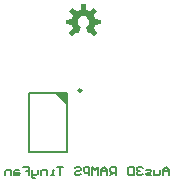
<source format=gbo>
G04 Layer_Color=32896*
%FSLAX44Y44*%
%MOMM*%
G71*
G01*
G75*
%ADD14C,0.2500*%
%ADD20C,0.1270*%
%ADD21C,0.2000*%
G36*
X61000Y65000D02*
X51000Y75000D01*
X61000D01*
Y65000D01*
D02*
G37*
G36*
X72968Y130669D02*
D01*
Y130669D01*
Y130669D01*
D02*
G37*
G36*
X77320Y145160D02*
X78088Y144990D01*
X79834Y144277D01*
X80465Y143890D01*
X80465Y143890D01*
X84235Y146938D01*
X86820Y144398D01*
X83746Y140588D01*
X84164Y139936D01*
X84880Y138237D01*
X85049Y137540D01*
X89888Y137032D01*
Y133172D01*
X85049Y132680D01*
X84877Y131934D01*
X84152Y130185D01*
X83746Y129535D01*
X86820Y125765D01*
X84235Y123180D01*
X80465Y126254D01*
X79815Y125848D01*
X79259Y125601D01*
X78947Y125472D01*
X76794Y130669D01*
X77221Y130846D01*
X78380Y131620D01*
X79416Y133171D01*
X79688Y134538D01*
X79688Y135000D01*
X79696Y135493D01*
X79410Y136954D01*
X78347Y138544D01*
X76757Y139607D01*
X74882Y139979D01*
X73006Y139607D01*
X71416Y138544D01*
X70354Y136954D01*
X69981Y135078D01*
X70354Y133203D01*
X72110Y131041D01*
X72968Y130669D01*
X70936Y125472D01*
X69991Y125862D01*
X69485Y126208D01*
X69412Y126254D01*
X65602Y123180D01*
X63062Y125765D01*
X66110Y129535D01*
X65723Y130166D01*
X65010Y131912D01*
X64840Y132680D01*
X64840D01*
X60014Y133172D01*
Y137032D01*
X64840Y137540D01*
X65007Y138258D01*
X65712Y139954D01*
X66110Y140588D01*
X66110D01*
X63062Y144398D01*
X65602Y146938D01*
X69412Y143890D01*
X70046Y144288D01*
X71741Y144993D01*
X72460Y145160D01*
Y145160D01*
X72968Y149986D01*
X76828D01*
X77320Y145160D01*
D02*
G37*
%LPC*%
G36*
X83746Y129535D02*
Y129535D01*
Y129535D01*
D01*
D02*
G37*
%LPD*%
D14*
X73250Y77000D02*
G03*
X73250Y77000I-1250J0D01*
G01*
D20*
X61000Y25000D02*
Y75000D01*
X29000Y25000D02*
Y75000D01*
X61000D01*
X29000Y25000D02*
X61000D01*
D21*
X147500Y5000D02*
Y9998D01*
X145001Y12498D01*
X142502Y9998D01*
Y5000D01*
Y8749D01*
X147500D01*
X140002Y9998D02*
Y6250D01*
X138753Y5000D01*
X135004D01*
Y9998D01*
X132505Y5000D02*
X128756D01*
X127506Y6250D01*
X128756Y7499D01*
X131255D01*
X132505Y8749D01*
X131255Y9998D01*
X127506D01*
X125007Y11248D02*
X123758Y12498D01*
X121258D01*
X120009Y11248D01*
Y9998D01*
X121258Y8749D01*
X122508D01*
X121258D01*
X120009Y7499D01*
Y6250D01*
X121258Y5000D01*
X123758D01*
X125007Y6250D01*
X117510Y12498D02*
Y5000D01*
X113761D01*
X112511Y6250D01*
Y11248D01*
X113761Y12498D01*
X117510D01*
X102514Y5000D02*
Y12498D01*
X98766D01*
X97516Y11248D01*
Y8749D01*
X98766Y7499D01*
X102514D01*
X100015D02*
X97516Y5000D01*
X95017D02*
Y9998D01*
X92518Y12498D01*
X90018Y9998D01*
Y5000D01*
Y8749D01*
X95017D01*
X87519Y5000D02*
Y12498D01*
X85020Y9998D01*
X82521Y12498D01*
Y5000D01*
X80022D02*
Y12498D01*
X76273D01*
X75023Y11248D01*
Y8749D01*
X76273Y7499D01*
X80022D01*
X67526Y11248D02*
X68775Y12498D01*
X71274D01*
X72524Y11248D01*
Y9998D01*
X71274Y8749D01*
X68775D01*
X67526Y7499D01*
Y6250D01*
X68775Y5000D01*
X71274D01*
X72524Y6250D01*
X57529Y12498D02*
X52530D01*
X55030D01*
Y5000D01*
X50031D02*
X47532D01*
X48782D01*
Y9998D01*
X50031D01*
X43783Y5000D02*
Y9998D01*
X40034D01*
X38785Y8749D01*
Y5000D01*
X36286Y9998D02*
Y6250D01*
X35036Y5000D01*
X31287D01*
Y3750D01*
X32537Y2501D01*
X33786D01*
X31287Y5000D02*
Y9998D01*
X23790Y12498D02*
X28788D01*
Y8749D01*
X26289D01*
X28788D01*
Y5000D01*
X20041Y9998D02*
X17542D01*
X16292Y8749D01*
Y5000D01*
X20041D01*
X21291Y6250D01*
X20041Y7499D01*
X16292D01*
X13793Y5000D02*
Y9998D01*
X10044D01*
X8795Y8749D01*
Y5000D01*
M02*

</source>
